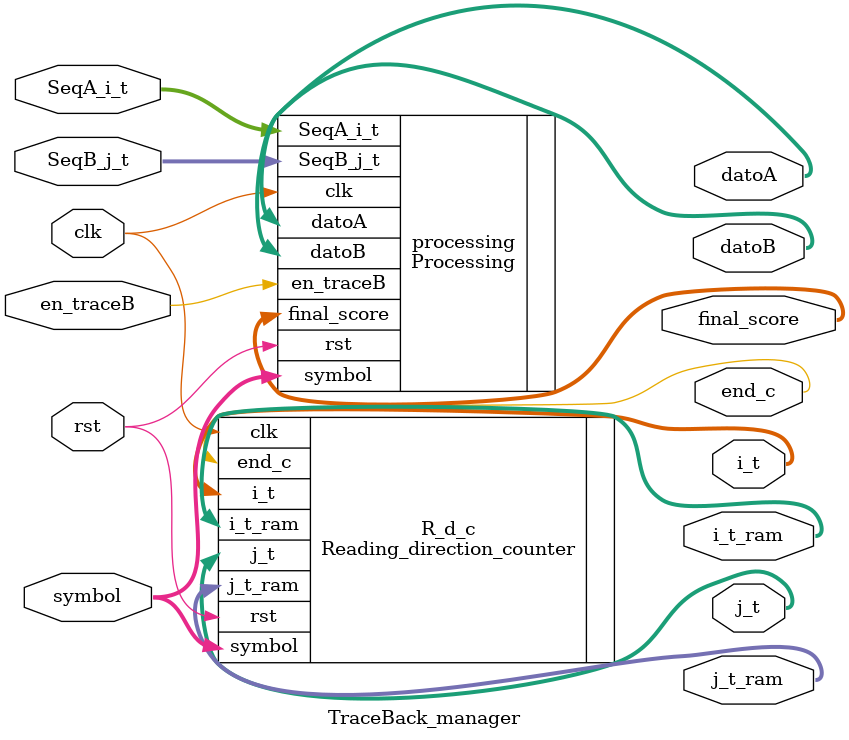
<source format=v>
`include "c:\..."

`include "Reading_direction_counter.v"
`include "Processing.v"

module TraceBack_manager #(
    parameter N=128, 
    parameter BitAddr = $clog2(N+1),
    parameter score_lenght = $clog2(N+1)
) (
    input wire clk,rst,
    input wire en_traceB,
    input wire [2:0] symbol,
    input wire [2:0] SeqA_i_t, SeqB_j_t,
    output wire end_c,
    output wire [BitAddr:0] i_t, j_t,
    output wire [BitAddr:0] i_t_ram, j_t_ram,
    output wire signed [score_lenght:0] final_score,
    output wire [2:0] datoA, datoB
);
    Reading_direction_counter#(
        .N(N)
    ) R_d_c(
        .clk(clk),
        .rst(rst),
        .symbol(symbol),
        .end_c(end_c),
        .i_t(i_t),
        .j_t(j_t),
        .i_t_ram(i_t_ram),
        .j_t_ram(j_t_ram)
    );
    
    Processing #(
        .N(N)
    ) processing (
        .clk(clk),
        .rst(rst),
        .en_traceB(en_traceB),
        .SeqA_i_t(SeqA_i_t),
        .SeqB_j_t(SeqB_j_t),
        .symbol(symbol),
        .final_score(final_score),
        .datoA(datoA),
        .datoB(datoB)
    );
    
    //end
endmodule
</source>
